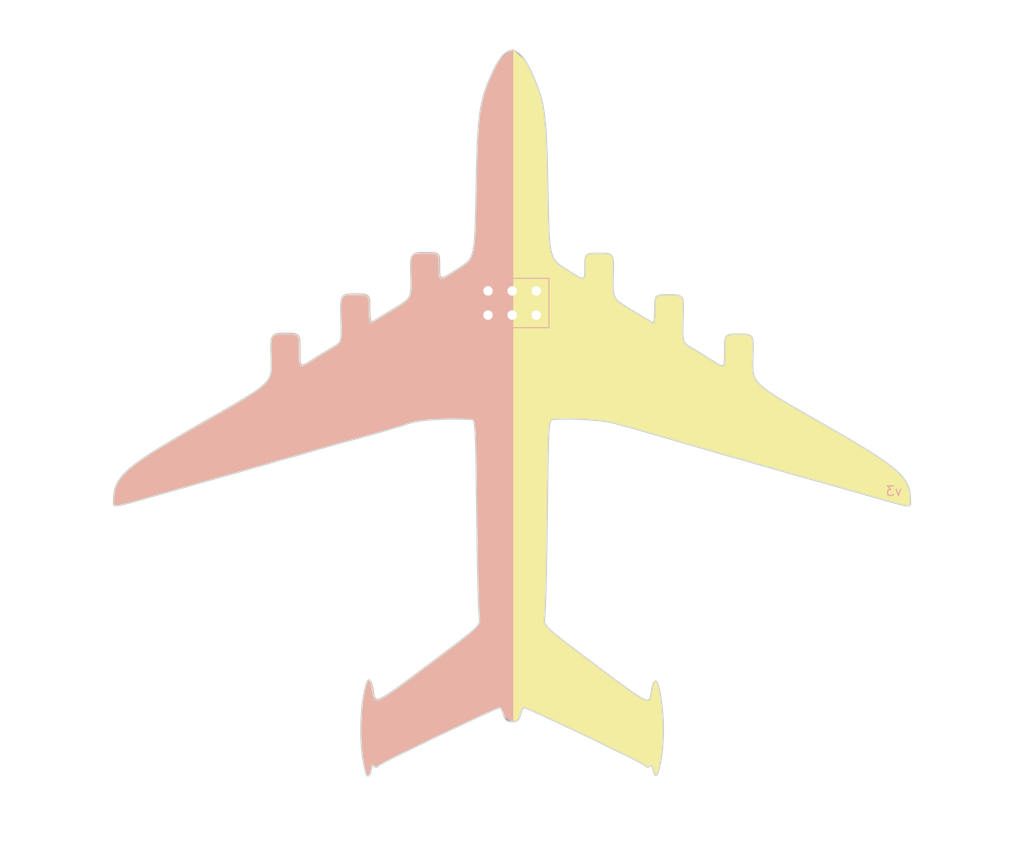
<source format=kicad_pcb>
(kicad_pcb (version 20220621) (generator pcbnew)
  (layers (0 "F.Cu" signal) (31 "B.Cu" signal) (34 "B.Paste" user) (35 "F.Paste" user) (36 "B.SilkS" user "B.Silkscreen") (37 "F.SilkS" user "F.Silkscreen") (38 "B.Mask" user) (39 "F.Mask" user) (44 "Edge.Cuts" user))
  (net 0 "")
  (footprint "Connector_PinHeader_2.54mm:PinHeader_2x03_P2.54mm_Vertical" (layer "B.Cu") (at 117.375 71.225 -90)
    (fp_text reference "REF**" hide)
    (fp_text value "PinHeader_2x03_P2.54mm_Vertical")
    (pad "1" thru_hole rect (at 0 0 270) (size 1.7 1.7) (drill 1) (layers *.Cu *.Mask))
    (pad "2" thru_hole oval (at 2.54 0 270) (size 1.7 1.7) (drill 1) (layers *.Cu *.Mask))
    (pad "3" thru_hole oval (at 0 -2.54 270) (size 1.7 1.7) (drill 1) (layers *.Cu *.Mask))
    (pad "4" thru_hole oval (at 2.54 -2.54 270) (size 1.7 1.7) (drill 1) (layers *.Cu *.Mask))
    (pad "5" thru_hole oval (at 0 -5.08 270) (size 1.7 1.7) (drill 1) (layers *.Cu *.Mask))
    (pad "6" thru_hole oval (at 2.54 -5.08 270) (size 1.7 1.7) (drill 1) (layers *.Cu *.Mask))
  )
  (gr_poly (pts (xy 119.905296 45.866532) (xy 119.742925 45.975084) (xy 119.630375 46.056498) (xy 119.5008 46.156004) (xy 119.357114 46.273602) (xy 119.202232 46.409291) (xy 119.039066 46.563073) (xy 118.870532 46.734947) (xy 118.785162 46.827669) (xy 118.699543 46.924913) (xy 118.614038 47.02668) (xy 118.529013 47.132971) (xy 118.44483 47.243784) (xy 118.361856 47.359121) (xy 118.280453 47.47898) (xy 118.200986 47.603362) (xy 118.123819 47.732268) (xy 118.049317 47.865696) (xy 117.977843 48.003647) (xy 117.909763 48.146122) (xy 117.661584 48.699755) (xy 117.440352 49.223379) (xy 117.244316 49.729481) (xy 117.071724 50.230548) (xy 116.920826 50.739067) (xy 116.78987 51.267524) (xy 116.677105 51.828406) (xy 116.58078 52.434199) (xy 116.499145 53.097391) (xy 116.430447 53.830468) (xy 116.372936 54.645916) (xy 116.324861 55.556223) (xy 116.284471 56.573874) (xy 116.250013 57.711357) (xy 116.191895 60.395765) (xy 116.144375 62.817515) (xy 116.087631 64.650837) (xy 116.049 65.377712) (xy 115.9999 65.994529) (xy 115.937613 66.513638) (xy 115.859418 66.947388) (xy 115.762593 67.308128) (xy 115.644419 67.608209) (xy 115.502174 67.85998) (xy 115.333139 68.07579) (xy 115.134593 68.26799) (xy 114.903816 68.448928) (xy 114.334683 68.82642) (xy 113.625466 69.279007) (xy 113.341482 69.45616) (xy 113.1 69.6) (xy 112.897583 69.710111) (xy 112.730794 69.786077) (xy 112.659687 69.811126) (xy 112.596199 69.827483) (xy 112.5399 69.835096) (xy 112.49036 69.833913) (xy 112.447151 69.823883) (xy 112.409842 69.804952) (xy 112.378005 69.77707) (xy 112.351208 69.740185) (xy 112.329024 69.694244) (xy 112.311023 69.639195) (xy 112.296774 69.574988) (xy 112.285849 69.501569) (xy 112.27225 69.326889) (xy 112.266792 69.114741) (xy 112.266548 68.576378) (xy 112.26359 68.12128) (xy 112.256565 67.937154) (xy 112.242883 67.779284) (xy 112.232853 67.709564) (xy 112.220327 67.64565) (xy 112.205028 67.58729) (xy 112.186679 67.534232) (xy 112.165001 67.486222) (xy 112.139718 67.44301) (xy 112.110553 67.404342) (xy 112.077228 67.369966) (xy 112.039465 67.339629) (xy 111.996988 67.313078) (xy 111.949519 67.290063) (xy 111.896781 67.270329) (xy 111.838497 67.253625) (xy 111.774388 67.239697) (xy 111.704179 67.228295) (xy 111.627591 67.219164) (xy 111.45417 67.206709) (xy 111.251907 67.200314) (xy 110.751982 67.197621) (xy 110.485399 67.1982) (xy 110.252209 67.202253) (xy 110.050309 67.213255) (xy 109.960436 67.222448) (xy 109.877596 67.234681) (xy 109.801526 67.250387) (xy 109.731965 67.270003) (xy 109.668648 67.293961) (xy 109.611313 67.322697) (xy 109.559696 67.356644) (xy 109.513535 67.396237) (xy 109.472567 67.44191) (xy 109.436529 67.494098) (xy 109.405158 67.553234) (xy 109.37819 67.619753) (xy 109.355364 67.694089) (xy 109.336415 67.776677) (xy 109.321081 67.867951) (xy 109.309099 67.968345) (xy 109.300206 68.078294) (xy 109.294139 68.198231) (xy 109.289431 68.469808) (xy 109.292871 68.786552) (xy 109.315781 69.569436) (xy 109.337643 70.354758) (xy 109.338601 70.677289) (xy 109.329061 70.960134) (xy 109.306134 71.208597) (xy 109.288749 71.321592) (xy 109.266935 71.427979) (xy 109.240331 71.528421) (xy 109.208576 71.62358) (xy 109.171309 71.714121) (xy 109.128169 71.800704) (xy 109.078795 71.883993) (xy 109.022827 71.964651) (xy 108.959903 72.04334) (xy 108.889663 72.120723) (xy 108.811745 72.197462) (xy 108.725789 72.274221) (xy 108.528319 72.430448) (xy 108.294364 72.594704) (xy 108.021038 72.772292) (xy 107.344724 73.188669) (xy 106.533895 73.679063) (xy 105.841195 74.092159) (xy 105.34014 74.384514) (xy 105.184453 74.471838) (xy 105.104245 74.512684) (xy 105.094452 74.514633) (xy 105.084782 74.512639) (xy 105.075249 74.506796) (xy 105.065865 74.497195) (xy 105.056642 74.483929) (xy 105.047592 74.467089) (xy 105.038727 74.446768) (xy 105.03006 74.423057) (xy 105.013368 74.365836) (xy 104.997614 74.296161) (xy 104.982895 74.21477) (xy 104.96931 74.122397) (xy 104.956957 74.019781) (xy 104.945932 73.907657) (xy 104.936335 73.786761) (xy 104.928264 73.65783) (xy 104.921815 73.5216) (xy 104.917088 73.378808) (xy 104.914179 73.230189) (xy 104.913188 73.076481) (xy 104.910221 72.577138) (xy 104.903175 72.375111) (xy 104.889453 72.201892) (xy 104.879393 72.125394) (xy 104.86683 72.055266) (xy 104.851485 71.991232) (xy 104.833081 71.933016) (xy 104.811339 71.880339) (xy 104.785981 71.832925) (xy 104.756729 71.790498) (xy 104.723305 71.752779) (xy 104.68543 71.719493) (xy 104.642826 71.690362) (xy 104.595216 71.665108) (xy 104.542322 71.643456) (xy 104.483864 71.625128) (xy 104.419565 71.609846) (xy 104.349146 71.597335) (xy 104.272331 71.587317) (xy 104.098394 71.573651) (xy 103.89553 71.566634) (xy 103.394118 71.563679) (xy 103.126743 71.56429) (xy 102.892872 71.568563) (xy 102.690404 71.580161) (xy 102.60029 71.589852) (xy 102.51724 71.602747) (xy 102.440991 71.619306) (xy 102.37128 71.639984) (xy 102.307845 71.665241) (xy 102.250424 71.695534) (xy 102.198754 71.731321) (xy 102.152572 71.77306) (xy 102.111617 71.821208) (xy 102.075625 71.876224) (xy 102.044335 71.938565) (xy 102.017483 72.00869) (xy 101.994807 72.087055) (xy 101.976045 72.174119) (xy 101.960934 72.270339) (xy 101.949212 72.376174) (xy 101.940616 72.492081) (xy 101.934884 72.618519) (xy 101.930961 72.904815) (xy 101.935344 73.238725) (xy 101.960626 74.064039) (xy 101.986849 74.890552) (xy 101.993469 75.227307) (xy 101.993902 75.519142) (xy 101.986756 75.770619) (xy 101.970638 75.986297) (xy 101.944154 76.170738) (xy 101.905911 76.328503) (xy 101.854515 76.464152) (xy 101.82345 76.525109) (xy 101.788573 76.582247) (xy 101.706692 76.687348) (xy 101.607479 76.784016) (xy 101.489539 76.876811) (xy 101.35148 76.970296) (xy 101.00943 77.177574) (xy 100.525272 77.467733) (xy 99.973444 77.804495) (xy 99.421897 78.146085) (xy 98.93858 78.450727) (xy 98.475705 78.743965) (xy 98.289297 78.855765) (xy 98.130058 78.942228) (xy 98.059958 78.975459) (xy 97.995848 79.001759) (xy 97.937461 79.020928) (xy 97.884529 79.032766) (xy 97.836786 79.037075) (xy 97.793963 79.033655) (xy 97.755793 79.022307) (xy 97.722009 79.002832) (xy 97.692345 78.975031) (xy 97.666531 78.938704) (xy 97.644301 78.893652) (xy 97.625389 78.839676) (xy 97.609525 78.776578) (xy 97.596444 78.704156) (xy 97.585877 78.622214) (xy 97.577557 78.53055) (xy 97.566591 78.317264) (xy 97.561406 78.062704) (xy 97.559824 77.423391) (xy 97.55685 76.85452) (xy 97.549787 76.624363) (xy 97.536034 76.427025) (xy 97.525951 76.339874) (xy 97.513359 76.259982) (xy 97.497979 76.187032) (xy 97.479532 76.12071) (xy 97.45774 76.060699) (xy 97.432324 76.006683) (xy 97.403004 75.958348) (xy 97.369503 75.915378) (xy 97.331541 75.877456) (xy 97.288839 75.844269) (xy 97.24112 75.815499) (xy 97.188103 75.790832) (xy 97.129511 75.769952) (xy 97.065064 75.752542) (xy 96.994483 75.738289) (xy 96.917491 75.726876) (xy 96.743154 75.711308) (xy 96.539822 75.703313) (xy 96.037256 75.699947) (xy 95.76927 75.70058) (xy 95.534883 75.705007) (xy 95.332012 75.717023) (xy 95.241743 75.727063) (xy 95.158571 75.740423) (xy 95.082235 75.757578) (xy 95.012474 75.779002) (xy 94.949029 75.805169) (xy 94.891638 75.836554) (xy 94.84004 75.87363) (xy 94.793976 75.916873) (xy 94.753184 75.966757) (xy 94.717404 76.023755) (xy 94.686375 76.088343) (xy 94.659836 76.160994) (xy 94.637527 76.242183) (xy 94.619188 76.332385) (xy 94.604557 76.432073) (xy 94.593374 76.541722) (xy 94.585379 76.661806) (xy 94.58031 76.792799) (xy 94.57791 77.089412) (xy 94.584089 77.435356) (xy 94.613844 78.290411) (xy 94.629553 78.747394) (xy 94.632607 79.153431) (xy 94.62616 79.340397) (xy 94.612676 79.518289) (xy 94.590864 79.688328) (xy 94.559432 79.851736) (xy 94.517089 80.009733) (xy 94.462543 80.16354) (xy 94.394504 80.314378) (xy 94.31168 80.463469) (xy 94.212779 80.612032) (xy 94.096512 80.761289) (xy 93.961585 80.912462) (xy 93.806709 81.06677) (xy 93.630591 81.225435) (xy 93.431941 81.389679) (xy 93.209467 81.56072) (xy 92.961878 81.739782) (xy 92.687883 81.928085) (xy 92.386191 82.126849) (xy 91.694548 82.560647) (xy 90.876619 83.050943) (xy 89.922075 83.607505) (xy 87.561821 84.958499) (xy 84.738271 86.587278) (xy 82.525166 87.919471) (xy 81.624994 88.493725) (xy 80.85039 89.017086) (xy 80.192341 89.497304) (xy 79.64183 89.942131) (xy 79.189846 90.359319) (xy 78.827372 90.756617) (xy 78.545395 91.141778) (xy 78.3349 91.522552) (xy 78.186874 91.90669) (xy 78.092301 92.301944) (xy 78.042168 92.716065) (xy 78.02746 93.156804) (xy 78.02588 93.236379) (xy 78.022109 93.311175) (xy 78.013803 93.445531) (xy 78.012172 93.504641) (xy 78.014159 93.558074) (xy 78.021216 93.605606) (xy 78.0271 93.627088) (xy 78.034796 93.64701) (xy 78.044485 93.665345) (xy 78.05635 93.682064) (xy 78.070571 93.697139) (xy 78.08733 93.710542) (xy 78.106809 93.722245) (xy 78.12919 93.73222) (xy 78.154653 93.740439) (xy 78.183381 93.746873) (xy 78.215554 93.751495) (xy 78.251355 93.754277) (xy 78.334566 93.754208) (xy 78.434464 93.74644) (xy 78.552502 93.73075) (xy 78.690133 93.706913) (xy 78.848809 93.674703) (xy 79.029982 93.633898) (xy 79.235103 93.584272) (xy 79.465627 93.5256) (xy 79.723004 93.457659) (xy 80.324128 93.293068) (xy 81.050094 93.088705) (xy 81.91252 92.842771) (xy 84.093222 92.219011) (xy 88.213681 91.049721) (xy 90.072724 90.533772) (xy 90.150209 90.515273) (xy 90.275733 90.481945) (xy 90.644678 90.378313) (xy 91.127127 90.237903) (xy 91.670648 90.075743) (xy 92.215008 89.913462) (xy 92.699739 89.772718) (xy 93.072061 89.668589) (xy 93.279193 89.616157) (xy 93.357594 89.597701) (xy 93.481617 89.565097) (xy 93.841116 89.464696) (xy 94.306869 89.329469) (xy 94.828055 89.173926) (xy 95.363014 89.014556) (xy 95.866273 88.868918) (xy 96.281284 88.75311) (xy 96.551494 88.683235) (xy 96.969971 88.570404) (xy 97.788671 88.337649) (xy 98.889389 88.018931) (xy 100.15392 87.648208) (xy 107.948825 85.398598) (xy 107.986182 85.392477) (xy 108.027062 85.384301) (xy 108.118806 85.362512) (xy 108.222885 85.334683) (xy 108.338125 85.302267) (xy 108.597398 85.229484) (xy 108.739084 85.192021) (xy 108.887241 85.155781) (xy 109.156904 85.073747) (xy 109.480814 84.997717) (xy 109.851592 84.927868) (xy 110.261862 84.864374) (xy 111.171357 84.757153) (xy 112.150272 84.677453) (xy 113.139579 84.626673) (xy 114.08025 84.606213) (xy 114.913257 84.617474) (xy 115.27094 84.635437) (xy 115.579572 84.661854) (xy 115.630043 84.662158) (xy 115.677384 84.664281) (xy 115.699919 84.666593) (xy 115.721717 84.670043) (xy 115.742794 84.674858) (xy 115.763166 84.681266) (xy 115.782847 84.689493) (xy 115.801854 84.699767) (xy 115.820202 84.712316) (xy 115.837906 84.727367) (xy 115.854982 84.745148) (xy 115.871445 84.765886) (xy 115.887311 84.789809) (xy 115.902594 84.817144) (xy 115.917312 84.848118) (xy 115.931478 84.88296) (xy 115.945109 84.921896) (xy 115.95822 84.965154) (xy 115.970826 85.012962) (xy 115.982943 85.065546) (xy 115.994586 85.123136) (xy 116.005771 85.185957) (xy 116.016513 85.254237) (xy 116.026828 85.328204) (xy 116.046237 85.494109) (xy 116.064123 85.685491) (xy 116.080608 85.904171) (xy 116.095817 86.151967) (xy 116.109873 86.430699) (xy 116.122899 86.742188) (xy 116.13502 87.088253) (xy 116.146359 87.470714) (xy 116.157039 87.891391) (xy 116.167185 88.352104) (xy 116.176919 88.854672) (xy 116.195649 89.992653) (xy 116.214219 91.319893) (xy 116.254833 94.600384) (xy 116.313097 98.533063) (xy 116.383213 101.89397) (xy 116.456358 104.326334) (xy 116.523709 105.473384) (xy 116.548595 105.638898) (xy 116.557235 105.71579) (xy 116.562011 105.790024) (xy 116.561926 105.862539) (xy 116.555984 105.934275) (xy 116.543188 106.00617) (xy 116.533908 106.04247) (xy 116.522541 106.079163) (xy 116.508962 106.116365) (xy 116.493046 106.154194) (xy 116.47467 106.192767) (xy 116.453707 106.232202) (xy 116.403527 106.314126) (xy 116.341509 106.400905) (xy 116.266657 106.493478) (xy 116.177973 106.592785) (xy 116.074461 106.699764) (xy 115.955125 106.815355) (xy 115.818967 106.940497) (xy 115.664991 107.076129) (xy 115.4922 107.22319) (xy 115.299598 107.382619) (xy 115.086187 107.555355) (xy 114.850971 107.742338) (xy 114.592953 107.944507) (xy 114.311137 108.1628) (xy 113.672122 108.651518) (xy 112.925953 109.216005) (xy 111.080254 110.602337) (xy 109.233864 111.984121) (xy 107.843846 113.005479) (xy 107.298747 113.391252) (xy 106.842266 113.699222) (xy 106.465911 113.93349) (xy 106.16119 114.098158) (xy 105.919612 114.197326) (xy 105.819848 114.223629) (xy 105.732685 114.235095) (xy 105.657062 114.232236) (xy 105.591917 114.215566) (xy 105.536189 114.185597) (xy 105.488817 114.142841) (xy 105.448738 114.087812) (xy 105.414893 114.021021) (xy 105.361652 113.854206) (xy 105.283258 113.401997) (xy 105.249256 113.186232) (xy 105.213871 112.992873) (xy 105.177215 112.821658) (xy 105.139398 112.672326) (xy 105.10053 112.544613) (xy 105.060722 112.438259) (xy 105.020083 112.353002) (xy 104.978725 112.288579) (xy 104.936758 112.244729) (xy 104.894291 112.22119) (xy 104.872905 112.216955) (xy 104.851435 112.2177) (xy 104.808302 112.233997) (xy 104.765 112.269819) (xy 104.721641 112.324904) (xy 104.678334 112.398991) (xy 104.63519 112.491818) (xy 104.59232 112.603122) (xy 104.549834 112.732642) (xy 104.507841 112.880115) (xy 104.466453 113.045281) (xy 104.385932 113.427641) (xy 104.309154 113.877626) (xy 104.237 114.393142) (xy 104.170353 114.972092) (xy 104.110098 115.612383) (xy 104.057115 116.311918) (xy 104.03187 116.870563) (xy 104.027934 117.45219) (xy 104.043235 118.045538) (xy 104.0757 118.639345) (xy 104.123254 119.22235) (xy 104.183825 119.78329) (xy 104.255339 120.310903) (xy 104.335723 120.793928) (xy 104.422905 121.221104) (xy 104.51481 121.581167) (xy 104.609365 121.862857) (xy 104.704497 122.054911) (xy 104.751632 122.113805) (xy 104.798134 122.146068) (xy 104.843743 122.15029) (xy 104.8882 122.125065) (xy 104.931247 122.068985) (xy 104.972624 121.980642) (xy 105.049332 121.701536) (xy 105.069664 121.607983) (xy 105.090416 121.522722) (xy 105.111618 121.445711) (xy 105.133301 121.37691) (xy 105.155497 121.316276) (xy 105.178236 121.263768) (xy 105.201549 121.219345) (xy 105.225467 121.182966) (xy 105.237663 121.167779) (xy 105.250022 121.154588) (xy 105.262548 121.143386) (xy 105.275244 121.13417) (xy 105.288116 121.126934) (xy 105.301165 121.121671) (xy 105.314397 121.118379) (xy 105.327815 121.11705) (xy 105.341424 121.11768) (xy 105.355226 121.120265) (xy 105.369226 121.124797) (xy 105.383428 121.131273) (xy 105.397836 121.139688) (xy 105.412453 121.150035) (xy 105.442331 121.176509) (xy 105.457464 121.191125) (xy 105.472552 121.204659) (xy 105.487599 121.217109) (xy 105.50261 121.228474) (xy 105.51759 121.238754) (xy 105.532544 121.247948) (xy 105.547475 121.256056) (xy 105.56239 121.263076) (xy 105.577294 121.269009) (xy 105.592189 121.273852) (xy 105.607083 121.277607) (xy 105.621979 121.280271) (xy 105.636881 121.281844) (xy 105.651796 121.282325) (xy 105.666728 121.281714) (xy 105.681681 121.28001) (xy 105.69666 121.277213) (xy 105.711671 121.27332) (xy 105.726717 121.268333) (xy 105.741804 121.26225) (xy 105.756937 121.25507) (xy 105.77212 121.246792) (xy 105.787357 121.237417) (xy 105.802655 121.226943) (xy 105.818018 121.215369) (xy 105.833449 121.202695) (xy 105.848955 121.18892) (xy 105.86454 121.174043) (xy 105.880209 121.158064) (xy 105.895967 121.140981) (xy 105.911818 121.122795) (xy 105.927767 121.103505) (xy 106.527406 120.759784) (xy 107.969452 120.02962) (xy 112.266026 117.942898) (xy 116.588012 115.90922) (xy 118.061823 115.24536) (xy 118.705933 114.994465) (xy 118.714318 114.995442) (xy 118.723151 114.99834) (xy 118.732408 115.003111) (xy 118.742066 115.009708) (xy 118.752101 115.018083) (xy 118.762488 115.028188) (xy 118.773205 115.039974) (xy 118.784226 115.053395) (xy 118.795529 115.068402) (xy 118.80709 115.084947) (xy 118.830887 115.122462) (xy 118.855427 115.165556) (xy 118.88052 115.213846) (xy 118.905974 115.26695) (xy 118.931599 115.324485) (xy 118.957203 115.386068) (xy 118.982596 115.451316) (xy 119.007587 115.519845) (xy 119.031984 115.591274) (xy 119.055598 115.665219) (xy 119.078237 115.741298) (xy 119.096513 115.798301) (xy 119.117662 115.852442) (xy 119.141455 115.90379) (xy 119.167668 115.952414) (xy 119.196072 115.998383) (xy 119.226443 116.041765) (xy 119.258553 116.082631) (xy 119.292177 116.121048) (xy 119.327087 116.157086) (xy 119.363058 116.190814) (xy 119.399864 116.222302) (xy 119.437277 116.251617) (xy 119.513021 116.304008) (xy 119.588481 116.34854) (xy 119.661845 116.385764) (xy 119.731303 116.416233) (xy 119.795043 116.4405) (xy 119.851254 116.459116) (xy 119.933849 116.481606) (xy 119.9646 116.488121) (xy 119.9646 45.830348)) (stroke (width 0.15)) (fill solid) (layer "B.SilkS"))
  (gr_poly (pts (xy 119.930048 45.927807) (xy 120.092419 46.036359) (xy 120.204969 46.117773) (xy 120.334544 46.217279) (xy 120.47823 46.334877) (xy 120.633112 46.470566) (xy 120.796278 46.624348) (xy 120.964812 46.796222) (xy 121.050182 46.888944) (xy 121.135801 46.986188) (xy 121.221306 47.087955) (xy 121.306331 47.194246) (xy 121.390514 47.305059) (xy 121.473488 47.420396) (xy 121.554891 47.540255) (xy 121.634358 47.664637) (xy 121.711525 47.793543) (xy 121.786027 47.926971) (xy 121.857501 48.064922) (xy 121.925581 48.207397) (xy 122.17376 48.76103) (xy 122.394992 49.284654) (xy 122.591028 49.790756) (xy 122.76362 50.291823) (xy 122.914518 50.800342) (xy 123.045474 51.328799) (xy 123.158239 51.889681) (xy 123.254564 52.495474) (xy 123.336199 53.158666) (xy 123.404897 53.891743) (xy 123.462408 54.707191) (xy 123.510483 55.617498) (xy 123.550873 56.635149) (xy 123.585331 57.772632) (xy 123.643449 60.45704) (xy 123.690969 62.87879) (xy 123.747713 64.712112) (xy 123.786344 65.438987) (xy 123.835444 66.055804) (xy 123.897731 66.574913) (xy 123.975926 67.008663) (xy 124.072751 67.369403) (xy 124.190925 67.669484) (xy 124.33317 67.921255) (xy 124.502205 68.137065) (xy 124.700751 68.329265) (xy 124.931528 68.510203) (xy 125.500661 68.887695) (xy 126.209878 69.340282) (xy 126.493862 69.517435) (xy 126.735344 69.661275) (xy 126.937761 69.771386) (xy 127.10455 69.847352) (xy 127.175657 69.872401) (xy 127.239145 69.888758) (xy 127.295444 69.896371) (xy 127.344984 69.895188) (xy 127.388193 69.885158) (xy 127.425502 69.866227) (xy 127.457339 69.838345) (xy 127.484136 69.80146) (xy 127.50632 69.755519) (xy 127.524321 69.70047) (xy 127.53857 69.636263) (xy 127.549495 69.562844) (xy 127.563094 69.388164) (xy 127.568552 69.176016) (xy 127.568796 68.637653) (xy 127.571754 68.182555) (xy 127.578779 67.998429) (xy 127.592461 67.840559) (xy 127.602491 67.770839) (xy 127.615017 67.706925) (xy 127.630316 67.648565) (xy 127.648665 67.595507) (xy 127.670343 67.547497) (xy 127.695626 67.504285) (xy 127.724791 67.465617) (xy 127.758116 67.431241) (xy 127.795879 67.400904) (xy 127.838356 67.374353) (xy 127.885825 67.351338) (xy 127.938563 67.331604) (xy 127.996847 67.3149) (xy 128.060956 67.300972) (xy 128.131165 67.28957) (xy 128.207753 67.280439) (xy 128.381174 67.267984) (xy 128.583437 67.261589) (xy 129.083362 67.258896) (xy 129.349945 67.259475) (xy 129.583135 67.263528) (xy 129.785035 67.27453) (xy 129.874908 67.283723) (xy 129.957748 67.295956) (xy 130.033818 67.311662) (xy 130.103379 67.331278) (xy 130.166696 67.355236) (xy 130.224031 67.383972) (xy 130.275648 67.417919) (xy 130.321809 67.457512) (xy 130.362777 67.503185) (xy 130.398815 67.555373) (xy 130.430186 67.614509) (xy 130.457154 67.681028) (xy 130.47998 67.755364) (xy 130.498929 67.837952) (xy 130.514263 67.929226) (xy 130.526245 68.02962) (xy 130.535138 68.139569) (xy 130.541205 68.259506) (xy 130.545913 68.531083) (xy 130.542473 68.847827) (xy 130.519563 69.630711) (xy 130.497701 70.416033) (xy 130.496743 70.738564) (xy 130.506283 71.021409) (xy 130.52921 71.269872) (xy 130.546595 71.382867) (xy 130.568409 71.489254) (xy 130.595013 71.589696) (xy 130.626768 71.684855) (xy 130.664035 71.775396) (xy 130.707175 71.861979) (xy 130.756549 71.945268) (xy 130.812517 72.025926) (xy 130.875441 72.104615) (xy 130.945681 72.181998) (xy 131.023599 72.258737) (xy 131.109555 72.335496) (xy 131.307025 72.491723) (xy 131.54098 72.655979) (xy 131.814306 72.833567) (xy 132.49062 73.249944) (xy 133.301449 73.740338) (xy 133.994149 74.153434) (xy 134.495204 74.445789) (xy 134.650891 74.533113) (xy 134.731099 74.573959) (xy 134.740892 74.575908) (xy 134.750562 74.573914) (xy 134.760095 74.568071) (xy 134.769479 74.55847) (xy 134.778702 74.545204) (xy 134.787752 74.528364) (xy 134.796617 74.508043) (xy 134.805284 74.484332) (xy 134.821976 74.427111) (xy 134.83773 74.357436) (xy 134.852449 74.276045) (xy 134.866034 74.183672) (xy 134.878387 74.081056) (xy 134.889412 73.968932) (xy 134.899009 73.848036) (xy 134.90708 73.719105) (xy 134.913529 73.582875) (xy 134.918256 73.440083) (xy 134.921165 73.291464) (xy 134.922156 73.137756) (xy 134.925123 72.638413) (xy 134.932169 72.436386) (xy 134.945891 72.263167) (xy 134.955951 72.186669) (xy 134.968514 72.116541) (xy 134.983859 72.052507) (xy 135.002263 71.994291) (xy 135.024005 71.941614) (xy 135.049363 71.8942) (xy 135.078615 71.851773) (xy 135.112039 71.814054) (xy 135.149914 71.780768) (xy 135.192518 71.751637) (xy 135.240128 71.726383) (xy 135.293022 71.704731) (xy 135.35148 71.686403) (xy 135.415779 71.671121) (xy 135.486198 71.65861) (xy 135.563013 71.648592) (xy 135.73695 71.634926) (xy 135.939814 71.627909) (xy 136.441226 71.624954) (xy 136.708601 71.625565) (xy 136.942472 71.629838) (xy 137.14494 71.641436) (xy 137.235054 71.651127) (xy 137.318104 71.664022) (xy 137.394353 71.680581) (xy 137.464064 71.701259) (xy 137.527499 71.726516) (xy 137.58492 71.756809) (xy 137.63659 71.792596) (xy 137.682772 71.834335) (xy 137.723727 71.882483) (xy 137.759719 71.937499) (xy 137.791009 71.99984) (xy 137.817861 72.069965) (xy 137.840537 72.14833) (xy 137.859299 72.235394) (xy 137.87441 72.331614) (xy 137.886132 72.437449) (xy 137.894728 72.553356) (xy 137.90046 72.679794) (xy 137.904383 72.96609) (xy 137.9 73.3) (xy 137.874718 74.125314) (xy 137.848495 74.951827) (xy 137.841875 75.288582) (xy 137.841442 75.580417) (xy 137.848588 75.831894) (xy 137.864706 76.047572) (xy 137.89119 76.232013) (xy 137.929433 76.389778) (xy 137.980829 76.525427) (xy 138.011894 76.586384) (xy 138.046771 76.643522) (xy 138.128652 76.748623) (xy 138.227865 76.845291) (xy 138.345805 76.938086) (xy 138.483864 77.031571) (xy 138.825914 77.238849) (xy 139.310072 77.529008) (xy 139.8619 77.86577) (xy 140.413447 78.20736) (xy 140.896764 78.512002) (xy 141.359639 78.80524) (xy 141.546047 78.91704) (xy 141.705286 79.003503) (xy 141.775386 79.036734) (xy 141.839496 79.063034) (xy 141.897883 79.082203) (xy 141.950815 79.094041) (xy 141.998558 79.09835) (xy 142.041381 79.09493) (xy 142.079551 79.083582) (xy 142.113335 79.064107) (xy 142.142999 79.036306) (xy 142.168813 78.999979) (xy 142.191043 78.954927) (xy 142.209955 78.900951) (xy 142.225819 78.837853) (xy 142.2389 78.765431) (xy 142.249467 78.683489) (xy 142.257787 78.591825) (xy 142.268753 78.378539) (xy 142.273938 78.123979) (xy 142.27552 77.484666) (xy 142.278494 76.915795) (xy 142.285557 76.685638) (xy 142.29931 76.4883) (xy 142.309393 76.401149) (xy 142.321985 76.321257) (xy 142.337365 76.248307) (xy 142.355812 76.181985) (xy 142.377604 76.121974) (xy 142.40302 76.067958) (xy 142.43234 76.019623) (xy 142.465841 75.976653) (xy 142.503803 75.938731) (xy 142.546505 75.905544) (xy 142.594224 75.876774) (xy 142.647241 75.852107) (xy 142.705833 75.831227) (xy 142.77028 75.813817) (xy 142.840861 75.799564) (xy 142.917853 75.788151) (xy 143.09219 75.772583) (xy 143.295522 75.764588) (xy 143.798088 75.761222) (xy 144.066074 75.761855) (xy 144.300461 75.766282) (xy 144.503332 75.778298) (xy 144.593601 75.788338) (xy 144.676773 75.801698) (xy 144.753109 75.818853) (xy 144.82287 75.840277) (xy 144.886315 75.866444) (xy 144.943706 75.897829) (xy 144.995304 75.934905) (xy 145.041368 75.978148) (xy 145.08216 76.028032) (xy 145.11794 76.08503) (xy 145.148969 76.149618) (xy 145.175508 76.222269) (xy 145.197817 76.303458) (xy 145.216156 76.39366) (xy 145.230787 76.493348) (xy 145.24197 76.602997) (xy 145.249965 76.723081) (xy 145.255034 76.854074) (xy 145.257434 77.150687) (xy 145.251255 77.496631) (xy 145.2215 78.351686) (xy 145.205791 78.808669) (xy 145.202737 79.214706) (xy 145.209184 79.401672) (xy 145.222668 79.579564) (xy 145.24448 79.749603) (xy 145.275912 79.913011) (xy 145.318255 80.071008) (xy 145.372801 80.224815) (xy 145.44084 80.375653) (xy 145.523664 80.524744) (xy 145.622565 80.673307) (xy 145.738832 80.822564) (xy 145.873759 80.973737) (xy 146.028635 81.128045) (xy 146.204753 81.28671) (xy 146.403403 81.450954) (xy 146.625877 81.621995) (xy 146.873466 81.801057) (xy 147.147461 81.98936) (xy 147.449153 82.188124) (xy 148.140796 82.621922) (xy 148.958725 83.112218) (xy 149.913269 83.66878) (xy 152.273523 85.019774) (xy 155.097073 86.648553) (xy 157.310178 87.980746) (xy 158.21035 88.555) (xy 158.984954 89.078361) (xy 159.643003 89.558579) (xy 160.193514 90.003406) (xy 160.645498 90.420594) (xy 161.007972 90.817892) (xy 161.289949 91.203053) (xy 161.500444 91.583827) (xy 161.64847 91.967965) (xy 161.743043 92.363219) (xy 161.793176 92.77734) (xy 161.807884 93.218079) (xy 161.809464 93.297654) (xy 161.813235 93.37245) (xy 161.821541 93.506806) (xy 161.823172 93.565916) (xy 161.821185 93.619349) (xy 161.814128 93.666881) (xy 161.808244 93.688363) (xy 161.800548 93.708285) (xy 161.790859 93.72662) (xy 161.778994 93.743339) (xy 161.764773 93.758414) (xy 161.748014 93.771817) (xy 161.728535 93.78352) (xy 161.706154 93.793495) (xy 161.680691 93.801714) (xy 161.651963 93.808148) (xy 161.61979 93.81277) (xy 161.583989 93.815552) (xy 161.500778 93.815483) (xy 161.40088 93.807715) (xy 161.282842 93.792025) (xy 161.145211 93.768188) (xy 160.986535 93.735978) (xy 160.805362 93.695173) (xy 160.600241 93.645547) (xy 160.369717 93.586875) (xy 160.11234 93.518934) (xy 159.511216 93.354343) (xy 158.78525 93.14998) (xy 157.922824 92.904046) (xy 155.742122 92.280286) (xy 151.621663 91.110996) (xy 149.76262 90.595047) (xy 149.685135 90.576548) (xy 149.559611 90.54322) (xy 149.190666 90.439588) (xy 148.708217 90.299178) (xy 148.164696 90.137018) (xy 147.620336 89.974737) (xy 147.135605 89.833993) (xy 146.763283 89.729864) (xy 146.556151 89.677432) (xy 146.47775 89.658976) (xy 146.353727 89.626372) (xy 145.994228 89.525971) (xy 145.528475 89.390744) (xy 145.007289 89.235201) (xy 144.47233 89.075831) (xy 143.969071 88.930193) (xy 143.55406 88.814385) (xy 143.28385 88.74451) (xy 142.865373 88.631679) (xy 142.046673 88.398924) (xy 140.945955 88.080206) (xy 139.681424 87.709483) (xy 131.886519 85.459873) (xy 131.849162 85.453752) (xy 131.808282 85.445576) (xy 131.716538 85.423787) (xy 131.612459 85.395958) (xy 131.497219 85.363542) (xy 131.237946 85.290759) (xy 131.09626 85.253296) (xy 130.948103 85.217056) (xy 130.67844 85.135022) (xy 130.35453 85.058992) (xy 129.983752 84.989143) (xy 129.573482 84.925649) (xy 128.663987 84.818428) (xy 127.685072 84.738728) (xy 126.695765 84.687948) (xy 125.755094 84.667488) (xy 124.922087 84.678749) (xy 124.564404 84.696712) (xy 124.255772 84.723129) (xy 124.205301 84.723433) (xy 124.15796 84.725556) (xy 124.135425 84.727868) (xy 124.113627 84.731318) (xy 124.09255 84.736133) (xy 124.072178 84.742541) (xy 124.052497 84.750768) (xy 124.03349 84.761042) (xy 124.015142 84.773591) (xy 123.997438 84.788642) (xy 123.980362 84.806423) (xy 123.963899 84.827161) (xy 123.948033 84.851084) (xy 123.93275 84.878419) (xy 123.918032 84.909393) (xy 123.903866 84.944235) (xy 123.890235 84.983171) (xy 123.877124 85.026429) (xy 123.864518 85.074237) (xy 123.852401 85.126821) (xy 123.840758 85.184411) (xy 123.829573 85.247232) (xy 123.818831 85.315512) (xy 123.808516 85.389479) (xy 123.789107 85.555384) (xy 123.771221 85.746766) (xy 123.754736 85.965446) (xy 123.739527 86.213242) (xy 123.725471 86.491974) (xy 123.712445 86.803463) (xy 123.700324 87.149528) (xy 123.688985 87.531989) (xy 123.678305 87.952666) (xy 123.668159 88.413379) (xy 123.658425 88.915947) (xy 123.639695 90.053928) (xy 123.621125 91.381168) (xy 123.580511 94.661659) (xy 123.522247 98.594338) (xy 123.452131 101.955245) (xy 123.378986 104.387609) (xy 123.311635 105.534659) (xy 123.286749 105.700173) (xy 123.278109 105.777065) (xy 123.273333 105.851299) (xy 123.273418 105.923814) (xy 123.27936 105.99555) (xy 123.292156 106.067445) (xy 123.301436 106.103745) (xy 123.312803 106.140438) (xy 123.326382 106.17764) (xy 123.342298 106.215469) (xy 123.360674 106.254042) (xy 123.381637 106.293477) (xy 123.431817 106.375401) (xy 123.493835 106.46218) (xy 123.568687 106.554753) (xy 123.657371 106.65406) (xy 123.760883 106.761039) (xy 123.880219 106.87663) (xy 124.016377 107.001772) (xy 124.170353 107.137404) (xy 124.343144 107.284465) (xy 124.535746 107.443894) (xy 124.749157 107.61663) (xy 124.984373 107.803613) (xy 125.242391 108.005782) (xy 125.524207 108.224075) (xy 126.163222 108.712793) (xy 126.909391 109.27728) (xy 128.75509 110.663612) (xy 130.60148 112.045396) (xy 131.991498 113.066754) (xy 132.536597 113.452527) (xy 132.993078 113.760497) (xy 133.369433 113.994765) (xy 133.674154 114.159433) (xy 133.915732 114.258601) (xy 134.015496 114.284904) (xy 134.102659 114.29637) (xy 134.178282 114.293511) (xy 134.243427 114.276841) (xy 134.299155 114.246872) (xy 134.346527 114.204116) (xy 134.386606 114.149087) (xy 134.420451 114.082296) (xy 134.473692 113.915481) (xy 134.552086 113.463272) (xy 134.586088 113.247507) (xy 134.621473 113.054148) (xy 134.658129 112.882933) (xy 134.695946 112.733601) (xy 134.734814 112.605888) (xy 134.774622 112.499534) (xy 134.815261 112.414277) (xy 134.856619 112.349854) (xy 134.898586 112.306004) (xy 134.941053 112.282465) (xy 134.962439 112.27823) (xy 134.983909 112.278975) (xy 135.027042 112.295272) (xy 135.070344 112.331094) (xy 135.113703 112.386179) (xy 135.15701 112.460266) (xy 135.200154 112.553093) (xy 135.243024 112.664397) (xy 135.28551 112.793917) (xy 135.327503 112.94139) (xy 135.368891 113.106556) (xy 135.449412 113.488916) (xy 135.52619 113.938901) (xy 135.598344 114.454417) (xy 135.664991 115.033367) (xy 135.725246 115.673658) (xy 135.778229 116.373193) (xy 135.803474 116.931838) (xy 135.80741 117.513465) (xy 135.792109 118.106813) (xy 135.759644 118.70062) (xy 135.71209 119.283625) (xy 135.651519 119.844565) (xy 135.580005 120.372178) (xy 135.499621 120.855203) (xy 135.412439 121.282379) (xy 135.320534 121.642442) (xy 135.225979 121.924132) (xy 135.130847 122.116186) (xy 135.083712 122.17508) (xy 135.03721 122.207343) (xy 134.991601 122.211565) (xy 134.947144 122.18634) (xy 134.904097 122.13026) (xy 134.86272 122.041917) (xy 134.786012 121.762811) (xy 134.76568 121.669258) (xy 134.744928 121.583997) (xy 134.723726 121.506986) (xy 134.702043 121.438185) (xy 134.679847 121.377551) (xy 134.657108 121.325043) (xy 134.633795 121.28062) (xy 134.609877 121.244241) (xy 134.597681 121.229054) (xy 134.585322 121.215863) (xy 134.572796 121.204661) (xy 134.5601 121.195445) (xy 134.547228 121.188209) (xy 134.534179 121.182946) (xy 134.520947 121.179654) (xy 134.507529 121.178325) (xy 134.49392 121.178955) (xy 134.480118 121.18154) (xy 134.466118 121.186072) (xy 134.451916 121.192548) (xy 134.437508 121.200963) (xy 134.422891 121.21131) (xy 134.393013 121.237784) (xy 134.37788 121.2524) (xy 134.362792 121.265934) (xy 134.347745 121.278384) (xy 134.332734 121.289749) (xy 134.317754 121.300029) (xy 134.3028 121.309223) (xy 134.287869 121.317331) (xy 134.272954 121.324351) (xy 134.25805 121.330284) (xy 134.243155 121.335127) (xy 134.228261 121.338882) (xy 134.213365 121.341546) (xy 134.198463 121.343119) (xy 134.183548 121.3436) (xy 134.168616 121.342989) (xy 134.153663 121.341285) (xy 134.138684 121.338488) (xy 134.123673 121.334595) (xy 134.108627 121.329608) (xy 134.09354 121.323525) (xy 134.078407 121.316345) (xy 134.063224 121.308067) (xy 134.047987 121.298692) (xy 134.032689 121.288218) (xy 134.017326 121.276644) (xy 134.001895 121.26397) (xy 133.986389 121.250195) (xy 133.970804 121.235318) (xy 133.955135 121.219339) (xy 133.939377 121.202256) (xy 133.923526 121.18407) (xy 133.907577 121.16478) (xy 133.307938 120.821059) (xy 131.865892 120.090895) (xy 127.569318 118.004173) (xy 123.247332 115.970495) (xy 121.773521 115.306635) (xy 121.129411 115.05574) (xy 121.121026 115.056717) (xy 121.112193 115.059615) (xy 121.102936 115.064386) (xy 121.093278 115.070983) (xy 121.083243 115.079358) (xy 121.072856 115.089463) (xy 121.062139 115.101249) (xy 121.051118 115.11467) (xy 121.039815 115.129677) (xy 121.028254 115.146222) (xy 121.004457 115.183737) (xy 120.979917 115.226831) (xy 120.954824 115.275121) (xy 120.92937 115.328225) (xy 120.903745 115.38576) (xy 120.878141 115.447343) (xy 120.852748 115.512591) (xy 120.827757 115.58112) (xy 120.80336 115.652549) (xy 120.779746 115.726494) (xy 120.757107 115.802573) (xy 120.738831 115.859576) (xy 120.717682 115.913717) (xy 120.693889 115.965065) (xy 120.667676 116.013689) (xy 120.639272 116.059658) (xy 120.608901 116.10304) (xy 120.576791 116.143906) (xy 120.543167 116.182323) (xy 120.508257 116.218361) (xy 120.472286 116.252089) (xy 120.43548 116.283577) (xy 120.398067 116.312892) (xy 120.322323 116.365283) (xy 120.246863 116.409815) (xy 120.173499 116.447039) (xy 120.104041 116.477508) (xy 120.040301 116.501775) (xy 119.98409 116.520391) (xy 119.901495 116.542881) (xy 119.870744 116.549396) (xy 119.870744 45.891623)) (stroke (width 0.15)) (fill solid) (layer "F.SilkS"))
  (gr_poly (pts (xy 120.02557 45.922147) (xy 120.152004 45.949285) (xy 120.278535 45.994515) (xy 120.40521 46.057837) (xy 120.532076 46.139251) (xy 120.659183 46.238757) (xy 120.786578 46.356355) (xy 120.914309 46.492044) (xy 121.042425 46.645826) (xy 121.170972 46.8177) (xy 121.3 47.007666) (xy 121.429556 47.215724) (xy 121.559688 47.441874) (xy 121.690444 47.686115) (xy 121.821873 47.948449) (xy 121.954022 48.228875) (xy 122.202201 48.782508) (xy 122.423433 49.306132) (xy 122.619469 49.812235) (xy 122.792061 50.313302) (xy 122.942959 50.821821) (xy 123.073915 51.350278) (xy 123.18668 51.91116) (xy 123.283004 52.516953) (xy 123.36464 53.180145) (xy 123.433338 53.913221) (xy 123.490849 54.72867) (xy 123.538924 55.638976) (xy 123.579314 56.656627) (xy 123.613772 57.79411) (xy 123.67189 60.478518) (xy 123.71941 62.900268) (xy 123.776153 64.73359) (xy 123.814785 65.460465) (xy 123.863884 66.077282) (xy 123.926172 66.596391) (xy 124.004367 67.030141) (xy 124.101192 67.390881) (xy 124.219366 67.690962) (xy 124.361611 67.942733) (xy 124.530645 68.158543) (xy 124.729191 68.350743) (xy 124.959969 68.531681) (xy 125.529101 68.909173) (xy 126.238318 69.36176) (xy 126.522302 69.538913) (xy 126.763785 69.682753) (xy 126.966202 69.792864) (xy 127.13299 69.86883) (xy 127.204097 69.893879) (xy 127.267586 69.910236) (xy 127.323885 69.917849) (xy 127.373424 69.916666) (xy 127.416634 69.906636) (xy 127.453943 69.887705) (xy 127.48578 69.859823) (xy 127.512576 69.822938) (xy 127.534761 69.776997) (xy 127.552762 69.721948) (xy 127.567011 69.657741) (xy 127.577936 69.584322) (xy 127.591534 69.409642) (xy 127.596993 69.197494) (xy 127.597237 68.659131) (xy 127.600195 68.204033) (xy 127.60722 68.019907) (xy 127.620902 67.862037) (xy 127.630932 67.792316) (xy 127.643457 67.728403) (xy 127.658757 67.670043) (xy 127.677106 67.616984) (xy 127.698784 67.568975) (xy 127.724067 67.525763) (xy 127.753232 67.487095) (xy 127.786557 67.452719) (xy 127.82432 67.422382) (xy 127.866797 67.395831) (xy 127.914266 67.372816) (xy 127.967004 67.353082) (xy 128.025288 67.336378) (xy 128.089397 67.32245) (xy 128.159606 67.311048) (xy 128.236194 67.301917) (xy 128.409615 67.289462) (xy 128.611877 67.283067) (xy 129.111803 67.280374) (xy 129.378386 67.280953) (xy 129.611576 67.285006) (xy 129.813476 67.296008) (xy 129.903349 67.305201) (xy 129.986189 67.317434) (xy 130.062258 67.33314) (xy 130.13182 67.352756) (xy 130.195137 67.376715) (xy 130.252472 67.40545) (xy 130.304089 67.439397) (xy 130.350249 67.47899) (xy 130.391217 67.524663) (xy 130.427256 67.576851) (xy 130.458627 67.635987) (xy 130.485595 67.702506) (xy 130.508421 67.776843) (xy 130.52737 67.85943) (xy 130.542704 67.950704) (xy 130.554686 68.051098) (xy 130.563579 68.161047) (xy 130.569646 68.280984) (xy 130.574354 68.552561) (xy 130.570914 68.869305) (xy 130.548004 69.652189) (xy 130.526142 70.437511) (xy 130.525184 70.760042) (xy 130.534724 71.042887) (xy 130.55765 71.29135) (xy 130.575035 71.404345) (xy 130.59685 71.510732) (xy 130.623454 71.611174) (xy 130.655209 71.706333) (xy 130.692476 71.796874) (xy 130.735616 71.883457) (xy 130.78499 71.966746) (xy 130.840958 72.047404) (xy 130.903882 72.126093) (xy 130.974122 72.203476) (xy 131.05204 72.280215) (xy 131.137996 72.356974) (xy 131.335466 72.513201) (xy 131.569421 72.677457) (xy 131.842746 72.855045) (xy 132.519061 73.271422) (xy 133.32989 73.761816) (xy 134.022589 74.174912) (xy 134.523645 74.467267) (xy 134.679332 74.554591) (xy 134.75954 74.595437) (xy 134.769333 74.597386) (xy 134.779003 74.595392) (xy 134.788536 74.589549) (xy 134.79792 74.579948) (xy 134.807143 74.566682) (xy 134.816193 74.549842) (xy 134.825058 74.529521) (xy 134.833725 74.50581) (xy 134.850417 74.448589) (xy 134.866171 74.378914) (xy 134.880889 74.297523) (xy 134.894475 74.20515) (xy 134.906828 74.102534) (xy 134.917853 73.99041) (xy 134.92745 73.869514) (xy 134.935521 73.740583) (xy 134.94197 73.604353) (xy 134.946697 73.461561) (xy 134.949605 73.312942) (xy 134.950596 73.159234) (xy 134.953563 72.659891) (xy 134.96061 72.457864) (xy 134.974332 72.284645) (xy 134.984392 72.208147) (xy 134.996955 72.138019) (xy 135.012299 72.073985) (xy 135.030704 72.015769) (xy 135.052446 71.963092) (xy 135.077804 71.915678) (xy 135.107056 71.873251) (xy 135.14048 71.835532) (xy 135.178355 71.802246) (xy 135.220958 71.773115) (xy 135.268568 71.747861) (xy 135.321463 71.726209) (xy 135.379921 71.707881) (xy 135.44422 71.692599) (xy 135.514639 71.680088) (xy 135.591454 71.67007) (xy 135.765391 71.656404) (xy 135.968255 71.649387) (xy 136.469667 71.646432) (xy 136.737042 71.647043) (xy 136.970913 71.651316) (xy 137.173381 71.662914) (xy 137.263495 71.672605) (xy 137.346545 71.6855) (xy 137.422794 71.702059) (xy 137.492505 71.722737) (xy 137.55594 71.747994) (xy 137.613361 71.778287) (xy 137.665031 71.814074) (xy 137.711212 71.855813) (xy 137.752168 71.903961) (xy 137.78816 71.958977) (xy 137.81945 72.021318) (xy 137.846302 72.091443) (xy 137.868978 72.169808) (xy 137.88774 72.256872) (xy 137.902851 72.353092) (xy 137.914573 72.458927) (xy 137.923169 72.574834) (xy 137.928901 72.701272) (xy 137.932823 72.987568) (xy 137.928441 73.321478) (xy 137.903158 74.146792) (xy 137.876936 74.973305) (xy 137.870316 75.31006) (xy 137.869883 75.601895) (xy 137.877028 75.853372) (xy 137.893146 76.06905) (xy 137.919631 76.253491) (xy 137.957874 76.411256) (xy 138.00927 76.546905) (xy 138.040335 76.607862) (xy 138.075211 76.665) (xy 138.157092 76.770101) (xy 138.256306 76.866769) (xy 138.374246 76.959564) (xy 138.512305 77.053049) (xy 138.854355 77.260327) (xy 139.338513 77.550486) (xy 139.890341 77.887248) (xy 140.441888 78.228838) (xy 140.925204 78.53348) (xy 141.38808 78.826718) (xy 141.574487 78.938518) (xy 141.733727 79.024981) (xy 141.803827 79.058212) (xy 141.867937 79.084512) (xy 141.926324 79.103681) (xy 141.979256 79.115519) (xy 142.026999 79.119828) (xy 142.069822 79.116408) (xy 142.107992 79.10506) (xy 142.141775 79.085585) (xy 142.17144 79.057784) (xy 142.197254 79.021457) (xy 142.219483 78.976405) (xy 142.238396 78.922429) (xy 142.25426 78.859331) (xy 142.267341 78.786909) (xy 142.277908 78.704967) (xy 142.286228 78.613303) (xy 142.297194 78.400017) (xy 142.302379 78.145457) (xy 142.303961 77.506144) (xy 142.306935 76.937273) (xy 142.313998 76.707116) (xy 142.327751 76.509778) (xy 142.337834 76.422628) (xy 142.350426 76.342735) (xy 142.365806 76.269785) (xy 142.384253 76.203463) (xy 142.406045 76.143451) (xy 142.431461 76.089436) (xy 142.460781 76.041101) (xy 142.494282 75.998131) (xy 142.532244 75.960209) (xy 142.574945 75.927022) (xy 142.622665 75.898252) (xy 142.675682 75.873585) (xy 142.734274 75.852705) (xy 142.798721 75.835295) (xy 142.869302 75.821042) (xy 142.946294 75.809629) (xy 143.120631 75.794061) (xy 143.323962 75.786066) (xy 143.826529 75.7827) (xy 144.094515 75.783333) (xy 144.328901 75.78776) (xy 144.531773 75.799776) (xy 144.622042 75.809816) (xy 144.705214 75.823176) (xy 144.78155 75.840331) (xy 144.85131 75.861755) (xy 144.914756 75.887922) (xy 144.972147 75.919307) (xy 145.023744 75.956383) (xy 145.069809 75.999626) (xy 145.110601 76.04951) (xy 145.146381 76.106508) (xy 145.17741 76.171096) (xy 145.203949 76.243747) (xy 145.226257 76.324936) (xy 145.244597 76.415138) (xy 145.259228 76.514826) (xy 145.270411 76.624475) (xy 145.278406 76.744559) (xy 145.283475 76.875552) (xy 145.285875 77.172165) (xy 145.279696 77.518109) (xy 145.24994 78.373164) (xy 145.234232 78.830147) (xy 145.231178 79.236184) (xy 145.237625 79.42315) (xy 145.251108 79.601042) (xy 145.272921 79.771081) (xy 145.304353 79.934489) (xy 145.346696 80.092486) (xy 145.401242 80.246293) (xy 145.469281 80.397131) (xy 145.552105 80.546222) (xy 145.651006 80.694785) (xy 145.767273 80.844042) (xy 145.9022 80.995215) (xy 146.057076 81.149523) (xy 146.233194 81.308188) (xy 146.431844 81.472432) (xy 146.654318 81.643473) (xy 146.901907 81.822535) (xy 147.175902 82.010838) (xy 147.477594 82.209602) (xy 148.169237 82.6434) (xy 148.987166 83.133696) (xy 149.941709 83.690258) (xy 152.301964 85.041252) (xy 155.125516 86.670031) (xy 157.338623 88.002224) (xy 158.238795 88.576478) (xy 159.013399 89.099839) (xy 159.671448 89.580057) (xy 160.221958 90.024884) (xy 160.673942 90.442072) (xy 161.036415 90.83937) (xy 161.318392 91.224531) (xy 161.528886 91.605305) (xy 161.676912 91.989443) (xy 161.771484 92.384697) (xy 161.821617 92.798818) (xy 161.836325 93.239557) (xy 161.837905 93.319132) (xy 161.841675 93.393928) (xy 161.849982 93.528284) (xy 161.851612 93.587394) (xy 161.849625 93.640827) (xy 161.842568 93.688359) (xy 161.836685 93.709841) (xy 161.828989 93.729763) (xy 161.8193 93.748098) (xy 161.807435 93.764817) (xy 161.793214 93.779892) (xy 161.776455 93.793295) (xy 161.756975 93.804998) (xy 161.734595 93.814973) (xy 161.709132 93.823192) (xy 161.680404 93.829626) (xy 161.64823 93.834248) (xy 161.61243 93.83703) (xy 161.529219 93.836961) (xy 161.429321 93.829193) (xy 161.311283 93.813503) (xy 161.173652 93.789666) (xy 161.014976 93.757456) (xy 160.833803 93.716651) (xy 160.628681 93.667025) (xy 160.398158 93.608353) (xy 160.140781 93.540412) (xy 159.539657 93.375821) (xy 158.813691 93.171458) (xy 157.951265 92.925524) (xy 155.770563 92.301764) (xy 151.650104 91.132474) (xy 149.791061 90.616525) (xy 149.713576 90.598026) (xy 149.588052 90.564698) (xy 149.219107 90.461066) (xy 148.736658 90.320656) (xy 148.193136 90.158496) (xy 147.648777 89.996215) (xy 147.164046 89.855471) (xy 146.791724 89.751342) (xy 146.584592 89.69891) (xy 146.506191 89.680454) (xy 146.382168 89.64785) (xy 146.022669 89.54745) (xy 145.556916 89.412222) (xy 145.03573 89.256679) (xy 144.500776 89.097309) (xy 143.99752 88.951671) (xy 143.58251 88.835863) (xy 143.3123 88.765988) (xy 142.893823 88.653157) (xy 142.075123 88.420402) (xy 140.974405 88.101684) (xy 139.709874 87.730961) (xy 131.914969 85.481351) (xy 131.877612 85.47523) (xy 131.836732 85.467054) (xy 131.744988 85.445265) (xy 131.640909 85.417436) (xy 131.525669 85.38502) (xy 131.266396 85.312237) (xy 131.12471 85.274774) (xy 130.976553 85.238534) (xy 130.70689 85.156499) (xy 130.38298 85.08047) (xy 130.012202 85.010621) (xy 129.601932 84.947127) (xy 128.692437 84.839906) (xy 127.713522 84.760206) (xy 126.724215 84.709426) (xy 125.783544 84.688966) (xy 124.950537 84.700227) (xy 124.592854 84.71819) (xy 124.284222 84.744607) (xy 124.23375 84.744911) (xy 124.18641 84.747034) (xy 124.163875 84.749346) (xy 124.142077 84.752796) (xy 124.121 84.757611) (xy 124.100628 84.764019) (xy 124.080947 84.772246) (xy 124.06194 84.78252) (xy 124.043592 84.795069) (xy 124.025888 84.81012) (xy 124.008812 84.827901) (xy 123.992349 84.848639) (xy 123.976483 84.872562) (xy 123.9612 84.899897) (xy 123.946482 84.930871) (xy 123.932316 84.965713) (xy 123.918685 85.004649) (xy 123.905574 85.047907) (xy 123.892968 85.095715) (xy 123.880851 85.148299) (xy 123.869208 85.205889) (xy 123.858023 85.26871) (xy 123.847281 85.33699) (xy 123.836966 85.410957) (xy 123.817557 85.576862) (xy 123.799671 85.768244) (xy 123.783186 85.986924) (xy 123.767977 86.23472) (xy 123.753921 86.513452) (xy 123.740895 86.824941) (xy 123.728774 87.171006) (xy 123.717435 87.553467) (xy 123.706755 87.974144) (xy 123.696609 88.434857) (xy 123.686875 88.937425) (xy 123.668145 90.075406) (xy 123.649575 91.402646) (xy 123.608961 94.683137) (xy 123.550697 98.615816) (xy 123.480581 101.976723) (xy 123.407436 104.409087) (xy 123.340085 105.556137) (xy 123.315199 105.721651) (xy 123.306559 105.798543) (xy 123.301783 105.872777) (xy 123.301868 105.945292) (xy 123.30781 106.017028) (xy 123.320606 106.088923) (xy 123.329886 106.125223) (xy 123.341253 106.161916) (xy 123.354832 106.199118) (xy 123.370748 106.236947) (xy 123.389124 106.27552) (xy 123.410087 106.314955) (xy 123.460267 106.396879) (xy 123.522285 106.483658) (xy 123.597137 106.576231) (xy 123.685821 106.675538) (xy 123.789333 106.782517) (xy 123.908669 106.898108) (xy 124.044827 107.02325) (xy 124.198803 107.158882) (xy 124.371594 107.305943) (xy 124.564196 107.465372) (xy 124.777607 107.638108) (xy 125.012823 107.825091) (xy 125.27084 108.02726) (xy 125.552657 108.245553) (xy 126.191672 108.734271) (xy 126.937841 109.298758) (xy 128.78354 110.68509) (xy 130.62993 112.066874) (xy 132.019948 113.088232) (xy 132.565047 113.474005) (xy 133.021528 113.781975) (xy 133.397883 114.016243) (xy 133.702604 114.180911) (xy 133.944182 114.280079) (xy 134.043946 114.306382) (xy 134.131109 114.317848) (xy 134.206732 114.314989) (xy 134.271877 114.298319) (xy 134.327605 114.26835) (xy 134.374977 114.225594) (xy 134.415056 114.170564) (xy 134.448901 114.103774) (xy 134.502142 113.936959) (xy 134.580536 113.48475) (xy 134.614538 113.268985) (xy 134.649923 113.075626) (xy 134.686579 112.904411) (xy 134.724396 112.755079) (xy 134.763264 112.627366) (xy 134.803072 112.521012) (xy 134.843711 112.435755) (xy 134.885069 112.371332) (xy 134.927037 112.327482) (xy 134.969503 112.303943) (xy 134.990889 112.299708) (xy 135.012359 112.300453) (xy 135.055492 112.31675) (xy 135.098794 112.352572) (xy 135.142153 112.407657) (xy 135.18546 112.481744) (xy 135.228604 112.574571) (xy 135.271474 112.685875) (xy 135.313961 112.815395) (xy 135.355953 112.962868) (xy 135.397341 113.128034) (xy 135.477862 113.510394) (xy 135.55464 113.960379) (xy 135.626794 114.475895) (xy 135.693441 115.054845) (xy 135.753696 115.695136) (xy 135.806679 116.394671) (xy 135.831924 116.953316) (xy 135.83586 117.534943) (xy 135.820559 118.128291) (xy 135.788094 118.722098) (xy 135.74054 119.305103) (xy 135.679969 119.866043) (xy 135.608455 120.393656) (xy 135.52807 120.876681) (xy 135.440889 121.303856) (xy 135.348984 121.66392) (xy 135.254429 121.94561) (xy 135.159297 122.137664) (xy 135.112162 122.196558) (xy 135.06566 122.228821) (xy 135.020051 122.233043) (xy 134.975594 122.207818) (xy 134.932547 122.151738) (xy 134.89117 122.063395) (xy 134.814462 121.784289) (xy 134.79413 121.690736) (xy 134.773378 121.605475) (xy 134.752176 121.528464) (xy 134.730493 121.459663) (xy 134.708297 121.399029) (xy 134.685558 121.346521) (xy 134.662245 121.302098) (xy 134.638327 121.265719) (xy 134.626131 121.250532) (xy 134.613772 121.237341) (xy 134.601246 121.226139) (xy 134.58855 121.216923) (xy 134.575678 121.209686) (xy 134.562629 121.204424) (xy 134.549397 121.201132) (xy 134.535979 121.199803) (xy 134.52237 121.200433) (xy 134.508568 121.203017) (xy 134.494568 121.20755) (xy 134.480366 121.214027) (xy 134.465958 121.222441) (xy 134.451341 121.232788) (xy 134.421463 121.259262) (xy 134.40633 121.273878) (xy 134.391242 121.287412) (xy 134.376195 121.299862) (xy 134.361184 121.311227) (xy 134.346204 121.321507) (xy 134.33125 121.330701) (xy 134.316319 121.338809) (xy 134.301403 121.345829) (xy 134.2865 121.351762) (xy 134.271605 121.356605) (xy 134.256711 121.36036) (xy 134.241815 121.363024) (xy 134.226913 121.364597) (xy 134.211998 121.365078) (xy 134.197066 121.364467) (xy 134.182113 121.362763) (xy 134.167134 121.359966) (xy 134.152123 121.356073) (xy 134.137077 121.351086) (xy 134.12199 121.345003) (xy 134.106857 121.337823) (xy 134.091674 121.329545) (xy 134.076437 121.32017) (xy 134.061139 121.309696) (xy 134.045776 121.298122) (xy 134.030345 121.285448) (xy 134.014839 121.271673) (xy 133.999254 121.256796) (xy 133.983585 121.240817) (xy 133.967827 121.223735) (xy 133.951976 121.205548) (xy 133.936027 121.186258) (xy 133.336388 120.842537) (xy 131.894342 120.112373) (xy 127.597768 118.025651) (xy 123.275782 115.991973) (xy 121.801971 115.328113) (xy 121.157861 115.077218) (xy 121.149476 115.078195) (xy 121.140643 115.081093) (xy 121.131386 115.085864) (xy 121.121728 115.092461) (xy 121.111693 115.100836) (xy 121.101306 115.110941) (xy 121.090589 115.122727) (xy 121.079568 115.136148) (xy 121.068265 115.151155) (xy 121.056704 115.1677) (xy 121.032907 115.205215) (xy 121.008367 115.248309) (xy 120.983274 115.296599) (xy 120.95782 115.349704) (xy 120.932195 115.407238) (xy 120.906591 115.468821) (xy 120.881198 115.534069) (xy 120.856207 115.602598) (xy 120.83181 115.674027) (xy 120.808196 115.747972) (xy 120.785557 115.824051) (xy 120.752298 115.935195) (xy 120.719145 116.035167) (xy 120.685444 116.124518) (xy 120.650539 116.203801) (xy 120.632431 116.239839) (xy 120.613775 116.273567) (xy 120.594491 116.305055) (xy 120.574496 116.33437) (xy 120.553708 116.361582) (xy 120.532046 116.386761) (xy 120.509428 116.409975) (xy 120.485771 116.431293) (xy 120.460994 116.450784) (xy 120.435015 116.468517) (xy 120.407752 116.484561) (xy 120.379123 116.498986) (xy 120.349045 116.51186) (xy 120.317438 116.523253) (xy 120.284219 116.533233) (xy 120.249306 116.541869) (xy 120.212617 116.549231) (xy 120.174071 116.555387) (xy 120.091077 116.564359) (xy 119.99967 116.569337) (xy 119.899194 116.570874) (xy 119.798718 116.569337) (xy 119.707311 116.564359) (xy 119.624317 116.555387) (xy 119.585771 116.549231) (xy 119.549082 116.541869) (xy 119.514169 116.533233) (xy 119.48095 116.523253) (xy 119.449342 116.51186) (xy 119.419265 116.498986) (xy 119.390635 116.484561) (xy 119.363372 116.468517) (xy 119.337392 116.450784) (xy 119.312615 116.431293) (xy 119.288958 116.409975) (xy 119.26634 116.386761) (xy 119.244678 116.361582) (xy 119.223891 116.33437) (xy 119.203896 116.305055) (xy 119.184611 116.273567) (xy 119.165956 116.239839) (xy 119.147847 116.203801) (xy 119.112942 116.124518) (xy 119.079242 116.035167) (xy 119.04609 115.935195) (xy 119.012831 115.824051) (xy 118.990192 115.747972) (xy 118.966579 115.674027) (xy 118.942181 115.602598) (xy 118.91719 115.534069) (xy 118.891797 115.468821) (xy 118.866193 115.407238) (xy 118.840568 115.349704) (xy 118.815114 115.296599) (xy 118.790021 115.248309) (xy 118.76548 115.205215) (xy 118.741682 115.1677) (xy 118.718819 115.136148) (xy 118.69708 115.110941) (xy 118.676657 115.092461) (xy 118.657741 115.081093) (xy 118.648908 115.078195) (xy 118.640523 115.077218) (xy 117.996414 115.328113) (xy 116.522605 115.991973) (xy 112.20062 118.025651) (xy 107.904046 120.112373) (xy 106.462 120.842537) (xy 105.862361 121.186258) (xy 105.827524 121.227743) (xy 105.810621 121.246509) (xy 105.794026 121.263961) (xy 105.777712 121.2801) (xy 105.761651 121.29493) (xy 105.745819 121.308451) (xy 105.730186 121.320667) (xy 105.714727 121.331579) (xy 105.699415 121.341189) (xy 105.684222 121.349499) (xy 105.669123 121.356513) (xy 105.65409 121.362231) (xy 105.639096 121.366657) (xy 105.624115 121.369791) (xy 105.609119 121.371637) (xy 105.594082 121.372196) (xy 105.578977 121.371471) (xy 105.563777 121.369464) (xy 105.548456 121.366177) (xy 105.532985 121.361612) (xy 105.51734 121.355771) (xy 105.501492 121.348656) (xy 105.485415 121.34027) (xy 105.469082 121.330615) (xy 105.452466 121.319692) (xy 105.43554 121.307505) (xy 105.418278 121.294054) (xy 105.400653 121.279343) (xy 105.382638 121.263374) (xy 105.345328 121.227667) (xy 105.308724 121.192357) (xy 105.291609 121.176896) (xy 105.275266 121.162909) (xy 105.259681 121.150406) (xy 105.244841 121.139397) (xy 105.230731 121.12989) (xy 105.217336 121.121895) (xy 105.204644 121.115422) (xy 105.192639 121.11048) (xy 105.181308 121.107078) (xy 105.170637 121.105225) (xy 105.160611 121.104932) (xy 105.151217 121.106207) (xy 105.142441 121.109059) (xy 105.134267 121.113499) (xy 105.126683 121.119534) (xy 105.119674 121.127176) (xy 105.113226 121.136433) (xy 105.107326 121.147314) (xy 105.101958 121.159829) (xy 105.097109 121.173987) (xy 105.092764 121.189798) (xy 105.088911 121.207271) (xy 105.085534 121.226415) (xy 105.082619 121.24724) (xy 105.080153 121.269755) (xy 105.078121 121.293969) (xy 105.075304 121.347533) (xy 105.074055 121.408008) (xy 105.068835 121.540547) (xy 105.055879 121.665656) (xy 105.036037 121.782301) (xy 105.010158 121.88945) (xy 104.979094 121.986071) (xy 104.943693 122.071132) (xy 104.904805 122.1436) (xy 104.88432 122.174789) (xy 104.863282 122.202443) (xy 104.841797 122.226432) (xy 104.819972 122.246628) (xy 104.797913 122.262902) (xy 104.775726 122.275124) (xy 104.753517 122.283166) (xy 104.731393 122.286899) (xy 104.70946 122.286192) (xy 104.687824 122.280919) (xy 104.666591 122.270948) (xy 104.645869 122.256152) (xy 104.625762 122.236401) (xy 104.606377 122.211567) (xy 104.58782 122.181519) (xy 104.570198 122.14613) (xy 104.553617 122.10527) (xy 104.538183 122.05881) (xy 104.538183 122.058819) (xy 104.418959 121.620035) (xy 104.314018 121.146865) (xy 104.223435 120.643568) (xy 104.147282 120.1144) (xy 104.085635 119.56362) (xy 104.038566 118.995485) (xy 104.006151 118.414254) (xy 103.988462 117.824183) (xy 103.985574 117.22953) (xy 103.997561 116.634554) (xy 104.024497 116.043513) (xy 104.066455 115.460662) (xy 104.123511 114.890262) (xy 104.195736 114.336569) (xy 104.283207 113.80384) (xy 104.385995 113.296335) (xy 104.450705 113.02) (xy 104.512713 112.781852) (xy 104.572234 112.581939) (xy 104.629485 112.420311) (xy 104.657326 112.35387) (xy 104.68468 112.297017) (xy 104.711574 112.24976) (xy 104.738035 112.212105) (xy 104.764091 112.184057) (xy 104.789767 112.165624) (xy 104.815091 112.15681) (xy 104.84009 112.157622) (xy 104.864791 112.168067) (xy 104.88922 112.18815) (xy 104.913406 112.217877) (xy 104.937374 112.257255) (xy 104.961151 112.306289) (xy 104.984766 112.364986) (xy 105.031612 112.511393) (xy 105.078127 112.696524) (xy 105.124529 112.920428) (xy 105.171031 113.183154) (xy 105.21785 113.48475) (xy 105.255197 113.729252) (xy 105.274728 113.837962) (xy 105.296245 113.936962) (xy 105.320811 114.025738) (xy 105.349486 114.103778) (xy 105.383332 114.170569) (xy 105.402526 114.199586) (xy 105.42341 114.225599) (xy 105.446118 114.248544) (xy 105.470783 114.268356) (xy 105.497536 114.284971) (xy 105.526511 114.298325) (xy 105.55784 114.308355) (xy 105.591655 114.314996) (xy 105.628091 114.318184) (xy 105.667279 114.317854) (xy 105.709351 114.313944) (xy 105.754442 114.306389) (xy 105.802682 114.295124) (xy 105.854206 114.280086) (xy 105.967633 114.238433) (xy 106.095784 114.180918) (xy 106.239721 114.107028) (xy 106.400505 114.016251) (xy 106.579198 113.908073) (xy 106.77686 113.781983) (xy 106.994554 113.637467) (xy 107.233342 113.474013) (xy 107.494283 113.291108) (xy 107.778441 113.088239) (xy 108.420649 112.620562) (xy 109.168459 112.06688) (xy 111.014848 110.685095) (xy 112.860547 109.298761) (xy 114.245732 108.245555) (xy 115.234192 107.465373) (xy 115.599586 107.158883) (xy 115.889719 106.898109) (xy 116.112568 106.675538) (xy 116.276104 106.483658) (xy 116.388302 106.314955) (xy 116.457135 106.161916) (xy 116.490579 106.017028) (xy 116.496605 105.872777) (xy 116.458304 105.556137) (xy 116.425904 105.165574) (xy 116.390952 104.409087) (xy 116.317806 101.976724) (xy 116.247689 98.615818) (xy 116.189425 94.683142) (xy 116.111812 88.937429) (xy 116.070624 87.171011) (xy 116.017596 85.986928) (xy 115.945039 85.268714) (xy 115.899035 85.047912) (xy 115.845266 84.899901) (xy 115.78277 84.810125) (xy 115.710586 84.764023) (xy 115.533312 84.744612) (xy 114.670522 84.71922) (xy 113.77199 84.707566) (xy 112.858995 84.715229) (xy 111.952816 84.747786) (xy 111.074731 84.810817) (xy 110.652874 84.855504) (xy 110.24602 84.9099) (xy 109.85683 84.974704) (xy 109.487962 85.050613) (xy 109.142077 85.138324) (xy 108.821835 85.238534) (xy 108.685823 85.291851) (xy 108.545336 85.343518) (xy 108.404421 85.392264) (xy 108.267126 85.436823) (xy 108.137497 85.475925) (xy 108.019582 85.508301) (xy 107.917428 85.532684) (xy 107.835082 85.547804) (xy 106.858178 85.849596) (xy 105.88564 86.133955) (xy 103.949836 86.668727) (xy 102.020013 87.188829) (xy 100.088512 87.730966) (xy 97.723262 88.420404) (xy 96.904563 88.653159) (xy 96.486088 88.765988) (xy 96.372617 88.794179) (xy 96.215877 88.835866) (xy 95.800865 88.951674) (xy 95.297604 89.097312) (xy 94.762645 89.256679) (xy 94.241462 89.412222) (xy 93.775709 89.54745) (xy 93.416209 89.64785) (xy 93.213783 89.69891) (xy 93.134164 89.717722) (xy 93.00665 89.751342) (xy 92.634326 89.855471) (xy 92.149594 89.996215) (xy 91.605234 90.158496) (xy 91.061712 90.320656) (xy 90.579263 90.461066) (xy 90.210318 90.564698) (xy 90.007309 90.616525) (xy 89.458566 90.765185) (xy 88.148265 91.132476) (xy 84.027803 92.301764) (xy 80.25871 93.375821) (xy 79.169686 93.667025) (xy 78.783391 93.757456) (xy 78.487085 93.813503) (xy 78.269149 93.836961) (xy 78.117965 93.829626) (xy 78.021914 93.793295) (xy 77.96938 93.729763) (xy 77.948744 93.640827) (xy 77.948388 93.528284) (xy 77.962045 93.239557) (xy 77.965534 93.015376) (xy 77.976753 92.798818) (xy 77.996828 92.588915) (xy 78.026886 92.384697) (xy 78.068054 92.185196) (xy 78.121458 91.989443) (xy 78.188226 91.796469) (xy 78.269485 91.605305) (xy 78.36636 91.414982) (xy 78.479979 91.224531) (xy 78.611469 91.032983) (xy 78.761956 90.83937) (xy 78.932567 90.642723) (xy 79.124429 90.442072) (xy 79.338669 90.236449) (xy 79.576414 90.024884) (xy 79.83879 89.80641) (xy 80.126924 89.580057) (xy 80.441943 89.344856) (xy 80.784974 89.099839) (xy 81.157143 88.844036) (xy 81.559577 88.576478) (xy 82.459749 88.002224) (xy 83.494504 87.369326) (xy 84.672855 86.670031) (xy 86.003818 85.896591) (xy 87.496406 85.041252) (xy 89.856661 83.690258) (xy 91.629133 82.6434) (xy 92.320776 82.209602) (xy 92.896464 81.822535) (xy 93.366526 81.472432) (xy 93.741294 81.149523) (xy 94.031097 80.844042) (xy 94.246265 80.546222) (xy 94.397128 80.246293) (xy 94.494017 79.934489) (xy 94.547262 79.601042) (xy 94.567192 79.236184) (xy 94.54843 78.373164) (xy 94.518674 77.518109) (xy 94.512495 77.172165) (xy 94.514895 76.875552) (xy 94.52796 76.624475) (xy 94.553773 76.415138) (xy 94.572113 76.324936) (xy 94.594421 76.243747) (xy 94.62096 76.171096) (xy 94.651989 76.106508) (xy 94.687769 76.04951) (xy 94.728561 75.999626) (xy 94.774626 75.956383) (xy 94.826223 75.919307) (xy 94.883614 75.887922) (xy 94.94706 75.861755) (xy 95.01682 75.840331) (xy 95.093156 75.823176) (xy 95.266597 75.799776) (xy 95.469469 75.78776) (xy 95.971841 75.7827) (xy 96.474408 75.786066) (xy 96.677739 75.794061) (xy 96.852076 75.809629) (xy 96.929068 75.821042) (xy 96.999649 75.835295) (xy 97.064096 75.852705) (xy 97.122688 75.873585) (xy 97.175705 75.898252) (xy 97.223425 75.927022) (xy 97.266126 75.960209) (xy 97.304088 75.998131) (xy 97.337589 76.041101) (xy 97.366909 76.089436) (xy 97.392325 76.143451) (xy 97.414117 76.203463) (xy 97.432564 76.269785) (xy 97.447944 76.342735) (xy 97.460536 76.422628) (xy 97.470619 76.509778) (xy 97.484373 76.707116) (xy 97.491435 76.937273) (xy 97.494409 77.506144) (xy 97.495991 78.145457) (xy 97.501176 78.400017) (xy 97.512142 78.613303) (xy 97.531028 78.786909) (xy 97.544109 78.859331) (xy 97.559973 78.922429) (xy 97.578885 78.976405) (xy 97.601115 79.021457) (xy 97.626928 79.057784) (xy 97.656593 79.085585) (xy 97.690376 79.10506) (xy 97.728546 79.116408) (xy 97.771368 79.119828) (xy 97.819112 79.115519) (xy 97.872044 79.103681) (xy 97.930431 79.084512) (xy 97.99454 79.058212) (xy 98.06464 79.024981) (xy 98.22388 78.938518) (xy 98.410288 78.826718) (xy 98.873163 78.53348) (xy 99.35648 78.228839) (xy 99.908027 77.887249) (xy 100.459853 77.550487) (xy 100.944011 77.260327) (xy 101.126489 77.151783) (xy 101.286061 77.053049) (xy 101.357693 77.005935) (xy 101.424121 76.959564) (xy 101.485518 76.913365) (xy 101.542061 76.866769) (xy 101.593921 76.819204) (xy 101.641274 76.770101) (xy 101.684295 76.71889) (xy 101.723156 76.665) (xy 101.758032 76.607862) (xy 101.789098 76.546905) (xy 101.816527 76.48156) (xy 101.840493 76.411256) (xy 101.861172 76.335423) (xy 101.878737 76.253491) (xy 101.893361 76.16489) (xy 101.905221 76.06905) (xy 101.914488 75.9654) (xy 101.921339 75.853372) (xy 101.925946 75.732393) (xy 101.928484 75.601895) (xy 101.92805 75.31006) (xy 101.921431 74.973305) (xy 101.895207 74.146792) (xy 101.869925 73.321479) (xy 101.865542 72.987569) (xy 101.869465 72.701273) (xy 101.883793 72.458929) (xy 101.910625 72.256874) (xy 101.929387 72.16981) (xy 101.952063 72.091445) (xy 101.978915 72.02132) (xy 102.010206 71.958979) (xy 102.046198 71.903963) (xy 102.087153 71.855815) (xy 102.133335 71.814076) (xy 102.185005 71.778289) (xy 102.242426 71.747996) (xy 102.305861 71.722739) (xy 102.375571 71.702061) (xy 102.451821 71.685503) (xy 102.624985 71.662916) (xy 102.827452 71.651318) (xy 103.328699 71.646435) (xy 103.83011 71.649389) (xy 104.032975 71.656407) (xy 104.206911 71.670072) (xy 104.283727 71.68009) (xy 104.354145 71.692602) (xy 104.418444 71.707883) (xy 104.476902 71.726211) (xy 104.529797 71.747863) (xy 104.577407 71.773117) (xy 104.62001 71.802248) (xy 104.657885 71.835534) (xy 104.69131 71.873253) (xy 104.720562 71.91568) (xy 104.74592 71.963094) (xy 104.767662 72.01577) (xy 104.786066 72.073987) (xy 104.801411 72.13802) (xy 104.813974 72.208148) (xy 104.824034 72.284647) (xy 104.837756 72.457865) (xy 104.844802 72.659892) (xy 104.847769 73.159234) (xy 104.851668 73.461561) (xy 104.862844 73.740583) (xy 104.880513 73.99041) (xy 104.903892 74.20515) (xy 104.932196 74.378914) (xy 104.94795 74.448589) (xy 104.964642 74.50581) (xy 104.982173 74.549842) (xy 105.000446 74.579948) (xy 105.00983 74.589549) (xy 105.019363 74.595392) (xy 105.029032 74.597386) (xy 105.038826 74.595437) (xy 105.119034 74.554591) (xy 105.274721 74.467268) (xy 105.775776 74.174913) (xy 106.468476 73.761817) (xy 107.279304 73.271425) (xy 107.955621 72.855048) (xy 108.228947 72.67746) (xy 108.462902 72.513203) (xy 108.566017 72.434417) (xy 108.660373 72.356976) (xy 108.746329 72.280217) (xy 108.824246 72.203478) (xy 108.894487 72.126095) (xy 108.957411 72.047406) (xy 109.013379 71.966748) (xy 109.062753 71.883459) (xy 109.105893 71.796876) (xy 109.14316 71.706335) (xy 109.174915 71.611176) (xy 109.201519 71.510733) (xy 109.223333 71.404347) (xy 109.240718 71.291352) (xy 109.254035 71.171087) (xy 109.263644 71.042889) (xy 109.273184 70.760043) (xy 109.272225 70.437512) (xy 109.250361 69.652189) (xy 109.227452 68.869305) (xy 109.224013 68.552561) (xy 109.228721 68.280984) (xy 109.243681 68.051098) (xy 109.270997 67.85943) (xy 109.289946 67.776843) (xy 109.312773 67.702506) (xy 109.33974 67.635987) (xy 109.371112 67.576851) (xy 109.40715 67.524663) (xy 109.448118 67.47899) (xy 109.494279 67.439397) (xy 109.545895 67.40545) (xy 109.603231 67.376715) (xy 109.666548 67.352756) (xy 109.736109 67.33314) (xy 109.812179 67.317434) (xy 109.984892 67.296008) (xy 110.186792 67.285006) (xy 110.686565 67.280374) (xy 111.186491 67.283067) (xy 111.388754 67.289462) (xy 111.562175 67.301917) (xy 111.638763 67.311048) (xy 111.708973 67.32245) (xy 111.773081 67.336378) (xy 111.831366 67.353082) (xy 111.884104 67.372816) (xy 111.931573 67.395831) (xy 111.97405 67.422382) (xy 112.011813 67.452719) (xy 112.045138 67.487095) (xy 112.074303 67.525763) (xy 112.099586 67.568975) (xy 112.121264 67.616984) (xy 112.139613 67.670043) (xy 112.154913 67.728403) (xy 112.167439 67.792316) (xy 112.177469 67.862037) (xy 112.19115 68.019907) (xy 112.198175 68.204033) (xy 112.201134 68.659131) (xy 112.201377 69.197494) (xy 112.206835 69.409642) (xy 112.220433 69.584322) (xy 112.231358 69.657741) (xy 112.245607 69.721949) (xy 112.263608 69.776997) (xy 112.285792 69.822939) (xy 112.312588 69.859824) (xy 112.344426 69.887706) (xy 112.381734 69.906636) (xy 112.424944 69.916667) (xy 112.474483 69.91785) (xy 112.530782 69.910237) (xy 112.59427 69.89388) (xy 112.665377 69.868831) (xy 112.744532 69.835142) (xy 112.832165 69.792865) (xy 113.034582 69.682754) (xy 113.276065 69.538914) (xy 113.560049 69.36176) (xy 114.269266 68.909173) (xy 114.572669 68.713708) (xy 114.710073 68.621787) (xy 114.838399 68.531681) (xy 114.957987 68.441848) (xy 115.069176 68.350743) (xy 115.172308 68.256823) (xy 115.267722 68.158543) (xy 115.355759 68.054361) (xy 115.436757 67.942733) (xy 115.511058 67.822114) (xy 115.579002 67.690962) (xy 115.640928 67.547732) (xy 115.697176 67.390881) (xy 115.748087 67.218865) (xy 115.794001 67.030141) (xy 115.835257 66.823164) (xy 115.872197 66.596391) (xy 115.905159 66.348278) (xy 115.934484 66.077282) (xy 115.960512 65.781859) (xy 115.983583 65.460465) (xy 116.004038 65.111557) (xy 116.022215 64.73359) (xy 116.053101 63.884308) (xy 116.078959 62.900268) (xy 116.12648 60.478518) (xy 116.184598 57.79411) (xy 116.259445 55.638976) (xy 116.365031 53.913221) (xy 116.433729 53.180145) (xy 116.515365 52.516953) (xy 116.611689 51.91116) (xy 116.724454 51.350278) (xy 116.85541 50.821821) (xy 117.006309 50.313302) (xy 117.178901 49.812235) (xy 117.374937 49.306132) (xy 117.844348 48.228875) (xy 117.976497 47.948449) (xy 118.107925 47.686115) (xy 118.238681 47.441874) (xy 118.368813 47.215724) (xy 118.498368 47.007666) (xy 118.627396 46.8177) (xy 118.755943 46.645826) (xy 118.884058 46.492044) (xy 119.011789 46.356355) (xy 119.139184 46.238757) (xy 119.266291 46.139251) (xy 119.393157 46.057837) (xy 119.519832 45.994515) (xy 119.646362 45.949285) (xy 119.772797 45.922147) (xy 119.899183 45.913101)) (stroke (width 0.15)) (fill none) (layer "Edge.Cuts"))
  (gr_text "v3" (at 160.1 92.3) (layer "B.SilkS") (effects (font (size 1 1)) (justify mirror)))
  (zone (net 0) (net_name "") (layer "F.Cu") (connect_pads (clearance 0.508)) (min_thickness 0.254) (fill yes (thermal_gap 0.508) (thermal_bridge_width 0.508) (island_removal_mode 2) (island_area_min 10))
    (polygon (pts (xy 172.6 41) (xy 173.8 129.8) (xy 66.1 129.1) (xy 66 40.6)))
  )
  (zone (net 0) (net_name "") (layer "B.Cu") (connect_pads (clearance 0.508)) (min_thickness 0.254) (fill yes (thermal_gap 0.508) (thermal_bridge_width 0.508) (island_removal_mode 2) (island_area_min 10))
    (polygon (pts (xy 170.7 43.3) (xy 170.8 127.5) (xy 68.9 127.3) (xy 68.8 43.1)))
  )
)
</source>
